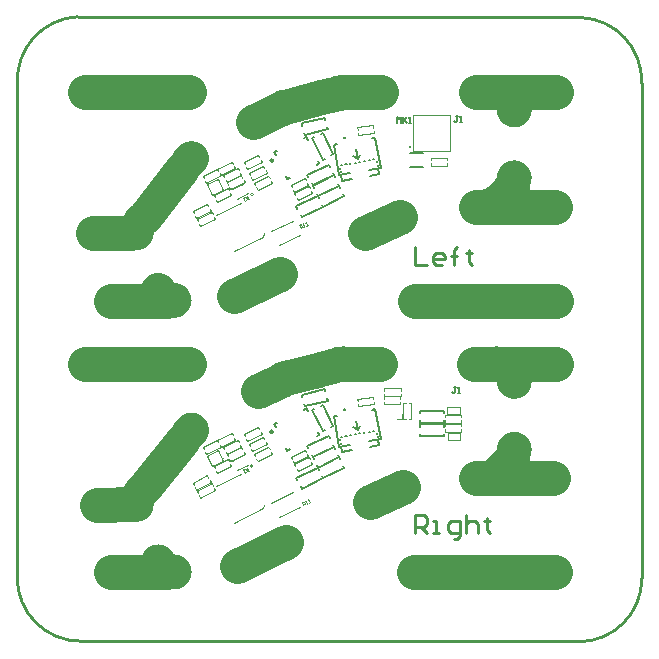
<source format=gto>
G04*
G04 #@! TF.GenerationSoftware,Altium Limited,Altium Designer,23.2.1 (34)*
G04*
G04 Layer_Color=65535*
%FSLAX44Y44*%
%MOMM*%
G71*
G04*
G04 #@! TF.SameCoordinates,96D2EB81-E719-42E9-B1B6-D61F4878D9FD*
G04*
G04*
G04 #@! TF.FilePolarity,Positive*
G04*
G01*
G75*
%ADD10C,0.1524*%
%ADD40C,0.0500*%
%ADD47C,0.2540*%
%ADD48C,3.0000*%
%ADD69C,0.1000*%
%ADD70C,0.0760*%
%ADD71C,0.2000*%
%ADD72C,0.1270*%
%ADD73C,0.1500*%
%ADD74C,0.0508*%
%ADD75C,0.0800*%
D10*
X16205Y130793D02*
X17073Y125869D01*
X24952Y127258D01*
X40709Y130036D02*
X48587Y131426D01*
X47719Y136350D02*
X48587Y131426D01*
X42219Y161781D02*
X45174Y162302D01*
X49689Y136697D01*
X39841Y134960D02*
X49689Y136697D01*
X9721Y156051D02*
X12675Y156572D01*
X9721Y156051D02*
X14236Y130446D01*
X24083Y132182D01*
X47198Y139304D02*
X47372Y138319D01*
X46677Y142259D02*
X46851Y141274D01*
X43375Y143707D02*
X44360Y143881D01*
X15684Y133747D02*
X15858Y132762D01*
X15163Y136702D02*
X15337Y135717D01*
X15801Y138845D02*
X16786Y139019D01*
X19740Y139540D02*
X20725Y139713D01*
X39436Y143013D02*
X40421Y143186D01*
X35497Y142318D02*
X36482Y142492D01*
X23679Y140234D02*
X24664Y140408D01*
X31558Y141623D02*
X32543Y141797D01*
X27618Y140929D02*
X28603Y141103D01*
X28663Y152283D02*
X30052Y144404D01*
X32485Y147880D01*
X26576Y146838D02*
X30052Y144404D01*
X16205Y-99077D02*
X17073Y-104001D01*
X24952Y-102612D01*
X40709Y-99833D02*
X48587Y-98444D01*
X47719Y-93520D02*
X48587Y-98444D01*
X42219Y-68089D02*
X45174Y-67568D01*
X49689Y-93173D01*
X39841Y-94909D02*
X49689Y-93173D01*
X9721Y-73819D02*
X12675Y-73298D01*
X9721Y-73819D02*
X14236Y-99424D01*
X24083Y-97688D01*
X47198Y-90566D02*
X47372Y-91551D01*
X46677Y-87612D02*
X46851Y-88596D01*
X43375Y-86163D02*
X44360Y-85989D01*
X15684Y-96123D02*
X15858Y-97107D01*
X15163Y-93168D02*
X15337Y-94153D01*
X15801Y-91025D02*
X16786Y-90851D01*
X19740Y-90330D02*
X20725Y-90157D01*
X39436Y-86857D02*
X40421Y-86684D01*
X35497Y-87552D02*
X36482Y-87378D01*
X23679Y-89636D02*
X24664Y-89462D01*
X31558Y-88247D02*
X32543Y-88073D01*
X27618Y-88941D02*
X28603Y-88767D01*
X28663Y-77587D02*
X30052Y-85466D01*
X32485Y-81990D01*
X26576Y-83032D02*
X30052Y-85466D01*
D40*
X106260Y-93557D02*
X116760D01*
X106260Y-87557D02*
X106260Y-93557D01*
X106260Y-87557D02*
X116760Y-87557D01*
X116760Y-90557D02*
Y-87557D01*
X116760Y-93557D02*
X116760Y-90557D01*
X106010Y-71807D02*
X116510Y-71807D01*
X106010Y-65807D02*
X106010Y-71807D01*
X106010Y-65807D02*
X116510Y-65807D01*
X116510Y-65807D02*
X116510Y-68807D01*
X116510Y-71807D02*
X116510Y-68807D01*
D47*
X78740Y-172722D02*
Y-157487D01*
X86357D01*
X88897Y-160026D01*
Y-165104D01*
X86357Y-167643D01*
X78740D01*
X83818D02*
X88897Y-172722D01*
X93975D02*
X99053D01*
X96514D01*
Y-162565D01*
X93975D01*
X111749Y-177800D02*
X114289D01*
X116828Y-175261D01*
Y-162565D01*
X109210D01*
X106671Y-165104D01*
Y-170182D01*
X109210Y-172722D01*
X116828D01*
X121906Y-157487D02*
Y-172722D01*
Y-165104D01*
X124445Y-162565D01*
X129524D01*
X132063Y-165104D01*
Y-172722D01*
X139680Y-160026D02*
Y-162565D01*
X137141D01*
X142219D01*
X139680D01*
Y-170182D01*
X142219Y-172722D01*
X78740Y69845D02*
Y54610D01*
X88897D01*
X101593D02*
X96514D01*
X93975Y57149D01*
Y62228D01*
X96514Y64767D01*
X101593D01*
X104132Y62228D01*
Y59688D01*
X93975D01*
X111749Y54610D02*
Y67306D01*
Y62228D01*
X109210D01*
X114289D01*
X111749D01*
Y67306D01*
X114289Y69845D01*
X124445Y67306D02*
Y64767D01*
X121906D01*
X126984D01*
X124445D01*
Y57149D01*
X126984Y54610D01*
X19074Y161726D02*
G03*
X19074Y161726I-200J0D01*
G01*
X-41565Y142936D02*
G03*
X-41565Y142936I-1000J0D01*
G01*
Y-86934D02*
G03*
X-41565Y-86934I-1000J0D01*
G01*
X19074Y-68144D02*
G03*
X19074Y-68144I-200J0D01*
G01*
X217171Y-264653D02*
G03*
X270795Y-210819I-118J53742D01*
G01*
X270608Y208316D02*
G03*
X218774Y263901I-53710J1876D01*
G01*
X-207022Y264549D02*
G03*
X-257878Y208067I2813J-53669D01*
G01*
X-258098Y-210417D02*
G03*
X-204355Y-264160I53742J0D01*
G01*
X217171D01*
X270608Y-210819D02*
X270608Y208316D01*
X-207022Y264160D02*
X218774D01*
X-258098Y-210417D02*
Y207992D01*
D48*
X-153419Y91622D02*
G03*
X-157240Y81620I11179J-10002D01*
G01*
X-138751Y-197016D02*
G03*
X-125240Y-205500I13511J6516D01*
G01*
X162760Y185620D02*
G03*
X147760Y200620I-15000J0D01*
G01*
X162760Y185620D02*
G03*
X147760Y200620I-15000J0D01*
G01*
X158367Y117622D02*
G03*
X162760Y128229I-10607J10607D01*
G01*
X158367Y117622D02*
G03*
X162760Y128229I-10607J10607D01*
G01*
X138401Y103870D02*
G03*
X149008Y108263I0J15000D01*
G01*
X138401Y103870D02*
G03*
X149008Y108263I0J15000D01*
G01*
X18291Y200620D02*
G03*
X14505Y200135I0J-15000D01*
G01*
X18291Y200620D02*
G03*
X14490Y200131I0J-15000D01*
G01*
X-31174Y188220D02*
G03*
X-33834Y187253I3771J-14519D01*
G01*
X-31189Y188216D02*
G03*
X-33851Y187245I3786J-14515D01*
G01*
X162760Y-44250D02*
G03*
X147760Y-29250I-15000J0D01*
G01*
X162760Y-44250D02*
G03*
X147760Y-29250I-15000J0D01*
G01*
X158367Y-112248D02*
G03*
X162760Y-101641I-10607J10607D01*
G01*
X138401Y-126000D02*
G03*
X149008Y-121607I0J15000D01*
G01*
X158367Y-112248D02*
G03*
X162760Y-101641I-10607J10607D01*
G01*
X138401Y-126000D02*
G03*
X149008Y-121607I0J15000D01*
G01*
X18291Y-29250D02*
G03*
X14505Y-29735I0J-15000D01*
G01*
X-31174Y-41650D02*
G03*
X-33834Y-42617I3771J-14519D01*
G01*
X18291Y-29250D02*
G03*
X14490Y-29739I0J-15000D01*
G01*
X-31189Y-41654D02*
G03*
X-33851Y-42625I3786J-14515D01*
G01*
X-110483Y144434D02*
G03*
X-112974Y141964I9243J-11814D01*
G01*
X-110491Y144428D02*
G03*
X-112983Y141953I9251J-11808D01*
G01*
X-138751Y32854D02*
G03*
X-125240Y24370I13511J6516D01*
G01*
X-138751Y32854D02*
G03*
X-125240Y24370I13511J6516D01*
G01*
X-110491Y-85442D02*
G03*
X-112983Y-87917I9251J-11808D01*
G01*
X-138751Y-197016D02*
G03*
X-125240Y-205500I13511J6516D01*
G01*
X-153408Y-138236D02*
G03*
X-157240Y-148250I11168J-10014D01*
G01*
X-153419Y-138248D02*
G03*
X-157240Y-148250I11179J-10002D01*
G01*
X78740Y24130D02*
X198120D01*
X-74670Y28109D02*
X-35560Y46990D01*
X-200660Y-29250D02*
X-113030D01*
X-200660Y200620D02*
X-113030D01*
X77470Y-205740D02*
X196850D01*
X-194317Y81357D02*
X-162070Y81520D01*
X130175Y103870D02*
X196850D01*
X130175Y200620D02*
X198120D01*
X128905Y-29250D02*
X198120D01*
X130175Y-126000D02*
X195580D01*
X-190507Y-148513D02*
X-158260Y-148350D01*
X-179070Y24130D02*
X-131590D01*
X-179070Y-205740D02*
X-131590D01*
X16370Y200620D02*
X50165D01*
X14490Y200131D02*
X16370Y200620D01*
X-72390Y-200660D02*
X-30480Y-180340D01*
X-150199Y95216D02*
X-118179Y135428D01*
X-149860Y-133350D02*
X-117560Y-93665D01*
X40666Y-146650D02*
X68367Y-133350D01*
X36376Y81160D02*
X65722Y95250D01*
X18291Y-29250D02*
X48895D01*
X-58169Y175705D02*
X-33851Y187245D01*
X-53863Y-52122D02*
X-33851Y-42625D01*
X149008Y108263D02*
X156950Y116205D01*
X-522Y196215D02*
X14490Y200131D01*
X-31174Y188220D02*
X-522Y196215D01*
X149008Y-121607D02*
X156950Y-113665D01*
X14490Y-29739D02*
X14505Y-29735D01*
X-522Y-33655D02*
X14490Y-29739D01*
X-31174Y-41650D02*
X-3810Y-34513D01*
X-31189Y188216D02*
X-31174Y188220D01*
X-33851Y187245D02*
X-33834Y187253D01*
X-31189Y-41654D02*
X-31174Y-41650D01*
X-33851Y-42625D02*
X-33834Y-42617D01*
D69*
X73917Y153747D02*
G03*
X73860Y153813I643J615D01*
G01*
X-83532Y120497D02*
G03*
X-83532Y120497I-500J0D01*
G01*
X77110Y181564D02*
X77111Y151063D01*
X77110Y181564D02*
X108361Y181564D01*
X108361Y151064D02*
X108361Y181564D01*
X93185Y151064D02*
X108361Y151064D01*
X77111Y151063D02*
X93185Y151064D01*
X92010Y138563D02*
Y140563D01*
Y138563D02*
X106010Y138563D01*
X106010Y140563D01*
X106010Y143063D02*
X106010Y145063D01*
X92010Y145063D02*
X106010Y145063D01*
X92010Y143063D02*
X92010Y145063D01*
X-49598Y138443D02*
X-48721Y136645D01*
X-61731Y132525D02*
X-49598Y138443D01*
X-61731Y132525D02*
X-60855Y130728D01*
X-59759Y128481D02*
X-58882Y126683D01*
X-46748Y132601D01*
X-47625Y134398D02*
X-46748Y132601D01*
X-53848Y147193D02*
X-52971Y145395D01*
X-65982Y141275D02*
X-53848Y147193D01*
X-65982Y141275D02*
X-65105Y139477D01*
X-64009Y137231D02*
X-63132Y135433D01*
X-50998Y141351D01*
X-51875Y143148D02*
X-50998Y141351D01*
X-57481Y124025D02*
X-56605Y122227D01*
X-57481Y124025D02*
X-45348Y129943D01*
X-44471Y128146D01*
X-43375Y125899D02*
X-42499Y124101D01*
X-54632Y118183D02*
X-42499Y124101D01*
X-55509Y119981D02*
X-54632Y118183D01*
X-9375Y117398D02*
X-8498Y115601D01*
X-20632Y109683D02*
X-8498Y115601D01*
X-21509Y111480D02*
X-20632Y109683D01*
X-23482Y115525D02*
X-22605Y113727D01*
X-23482Y115525D02*
X-11348Y121443D01*
X-10471Y119645D01*
X-12375Y123898D02*
X-11498Y122101D01*
X-23632Y116183D02*
X-11498Y122101D01*
X-24509Y117980D02*
X-23632Y116183D01*
X-26482Y122025D02*
X-25605Y120227D01*
X-26482Y122025D02*
X-14348Y127943D01*
X-13471Y126145D01*
X-106103Y93190D02*
X-105226Y91392D01*
X-106103Y93190D02*
X-93519Y99327D01*
X-92643Y97530D01*
X-91547Y95283D02*
X-90670Y93485D01*
X-103253Y87348D02*
X-90670Y93485D01*
X-104130Y89145D02*
X-103253Y87348D01*
X-101206Y129916D02*
X-100330Y128118D01*
X-101206Y129916D02*
X-88623Y136053D01*
X-87746Y134255D01*
X-86651Y132008D02*
X-85774Y130211D01*
X-98357Y124073D02*
X-85774Y130211D01*
X-99234Y125871D02*
X-98357Y124073D01*
X-109603Y99940D02*
X-108726Y98142D01*
X-109603Y99940D02*
X-97019Y106077D01*
X-96143Y104280D01*
X-95047Y102033D02*
X-94170Y100235D01*
X-106753Y94098D02*
X-94170Y100235D01*
X-107630Y95895D02*
X-106753Y94098D01*
X43862Y168145D02*
X44106Y166160D01*
X30706Y164515D02*
X44106Y166160D01*
X30463Y166500D02*
X30706Y164515D01*
X29915Y170966D02*
X30158Y168981D01*
X29915Y170966D02*
X43314Y172611D01*
X43557Y170626D01*
X-74625Y137898D02*
X-73748Y136101D01*
X-85882Y130183D02*
X-73748Y136101D01*
X-86759Y131980D02*
X-85882Y130183D01*
X-88731Y136025D02*
X-87855Y134227D01*
X-88731Y136025D02*
X-76598Y141943D01*
X-75721Y140145D01*
X-66375Y126148D02*
X-65498Y124351D01*
X-77632Y118433D02*
X-65498Y124351D01*
X-78509Y120231D02*
X-77632Y118433D01*
X-80482Y124275D02*
X-79605Y122477D01*
X-80482Y124275D02*
X-68348Y130193D01*
X-67471Y128395D01*
X-69375Y132148D02*
X-68498Y130351D01*
X-80632Y124433D02*
X-68498Y130351D01*
X-81509Y126230D02*
X-80632Y124433D01*
X-83482Y130275D02*
X-82605Y128477D01*
X-83482Y130275D02*
X-71348Y136193D01*
X-70471Y134395D01*
X-77625Y115648D02*
X-76748Y113851D01*
X-88882Y107933D02*
X-76748Y113851D01*
X-89759Y109731D02*
X-88882Y107933D01*
X-91732Y113775D02*
X-90855Y111977D01*
X-91732Y113775D02*
X-79598Y119693D01*
X-78721Y117895D01*
X-83532Y-109373D02*
G03*
X-83532Y-109373I-500J0D01*
G01*
X-49598Y-91427D02*
X-48721Y-93225D01*
X-61731Y-97345D02*
X-49598Y-91427D01*
X-61731Y-97345D02*
X-60855Y-99142D01*
X-59759Y-101389D02*
X-58882Y-103187D01*
X-46748Y-97269D01*
X-47625Y-95471D02*
X-46748Y-97269D01*
X-53848Y-82677D02*
X-52971Y-84475D01*
X-65982Y-88595D02*
X-53848Y-82677D01*
X-65982Y-88595D02*
X-65105Y-90393D01*
X-64009Y-92640D02*
X-63132Y-94437D01*
X-50998Y-88519D01*
X-51875Y-86722D02*
X-50998Y-88519D01*
X-57481Y-105845D02*
X-56605Y-107642D01*
X-57481Y-105845D02*
X-45348Y-99927D01*
X-44471Y-101725D01*
X-43375Y-103972D02*
X-42499Y-105769D01*
X-54632Y-111687D02*
X-42499Y-105769D01*
X-55509Y-109889D02*
X-54632Y-111687D01*
X-9375Y-112472D02*
X-8498Y-114269D01*
X-20632Y-120187D02*
X-8498Y-114269D01*
X-21509Y-118390D02*
X-20632Y-120187D01*
X-23482Y-114345D02*
X-22605Y-116143D01*
X-23482Y-114345D02*
X-11348Y-108427D01*
X-10471Y-110225D01*
X-12375Y-105972D02*
X-11498Y-107769D01*
X-23632Y-113687D02*
X-11498Y-107769D01*
X-24509Y-111889D02*
X-23632Y-113687D01*
X-26482Y-107845D02*
X-25605Y-109643D01*
X-26482Y-107845D02*
X-14348Y-101927D01*
X-13471Y-103725D01*
X-106103Y-136680D02*
X-105226Y-138477D01*
X-106103Y-136680D02*
X-93519Y-130543D01*
X-92643Y-132340D01*
X-91547Y-134587D02*
X-90670Y-136385D01*
X-103253Y-142522D02*
X-90670Y-136385D01*
X-104130Y-140725D02*
X-103253Y-142522D01*
X52510Y-52057D02*
X52510Y-50057D01*
X66510Y-50057D01*
X66510Y-52057D01*
X66510Y-56557D02*
X66510Y-54557D01*
X52510Y-56557D02*
X66510Y-56557D01*
X52510Y-56557D02*
X52510Y-54557D01*
X118010Y-79057D02*
X118010Y-77057D01*
X104010Y-79057D02*
X118010Y-79057D01*
X104010Y-77057D02*
X104010Y-79057D01*
X104010Y-74557D02*
X104010Y-72557D01*
X118010Y-72557D01*
X118010Y-74557D02*
X118010Y-72557D01*
X118010Y-86807D02*
X118010Y-84807D01*
X104010Y-86807D02*
X118010Y-86807D01*
X104010Y-86807D02*
X104010Y-84807D01*
X104010Y-82307D02*
X104010Y-80307D01*
X118010Y-80307D01*
X118010Y-82307D02*
X118010Y-80307D01*
X-101206Y-99955D02*
X-100330Y-101752D01*
X-101206Y-99955D02*
X-88623Y-93817D01*
X-87746Y-95615D01*
X-86651Y-97862D02*
X-85774Y-99660D01*
X-98357Y-105797D02*
X-85774Y-99660D01*
X-99234Y-103999D02*
X-98357Y-105797D01*
X-109603Y-129930D02*
X-108726Y-131728D01*
X-109603Y-129930D02*
X-97019Y-123793D01*
X-96143Y-125590D01*
X-95047Y-127837D02*
X-94170Y-129635D01*
X-106753Y-135772D02*
X-94170Y-129635D01*
X-107630Y-133975D02*
X-106753Y-135772D01*
X43862Y-61725D02*
X44106Y-63710D01*
X30706Y-65356D02*
X44106Y-63710D01*
X30463Y-63370D02*
X30706Y-65356D01*
X29915Y-58904D02*
X30158Y-60889D01*
X29915Y-58904D02*
X43314Y-57259D01*
X43557Y-59244D01*
X-74625Y-91972D02*
X-73748Y-93769D01*
X-85882Y-99687D02*
X-73748Y-93769D01*
X-86759Y-97889D02*
X-85882Y-99687D01*
X-88731Y-93845D02*
X-87855Y-95643D01*
X-88731Y-93845D02*
X-76598Y-87927D01*
X-75721Y-89725D01*
X-66375Y-103722D02*
X-65498Y-105519D01*
X-77632Y-111437D02*
X-65498Y-105519D01*
X-78509Y-109640D02*
X-77632Y-111437D01*
X-80482Y-105595D02*
X-79605Y-107393D01*
X-80482Y-105595D02*
X-68348Y-99677D01*
X-67471Y-101475D01*
X-69375Y-97722D02*
X-68498Y-99519D01*
X-80632Y-105437D02*
X-68498Y-99519D01*
X-81509Y-103639D02*
X-80632Y-105437D01*
X-83482Y-99595D02*
X-82605Y-101393D01*
X-83482Y-99595D02*
X-71348Y-93677D01*
X-70471Y-95475D01*
X-77625Y-114222D02*
X-76748Y-116019D01*
X-88882Y-121937D02*
X-76748Y-116019D01*
X-89759Y-120140D02*
X-88882Y-121937D01*
X-91732Y-116095D02*
X-90855Y-117893D01*
X-91732Y-116095D02*
X-79598Y-110177D01*
X-78721Y-111975D01*
X73260Y-62557D02*
X75260Y-62557D01*
X75260Y-76057D02*
X75260Y-62557D01*
X73260Y-76057D02*
X75260Y-76057D01*
X68760Y-76057D02*
X70760Y-76057D01*
X68760Y-76057D02*
X68760Y-62557D01*
X70760Y-62557D01*
X66360Y-61307D02*
X66360Y-63307D01*
X52860Y-63307D02*
X66360Y-63307D01*
X52860Y-61307D02*
X52860Y-63307D01*
Y-58807D02*
Y-56807D01*
X66360Y-56807D01*
Y-58807D02*
Y-56807D01*
X67510Y-76057D02*
Y-72057D01*
X63510Y-76057D02*
X67510D01*
D70*
X-58151Y114009D02*
G03*
X-58151Y114009I-1250J0D01*
G01*
X-89978Y96832D02*
X-68631Y107243D01*
X-74963Y66048D02*
X-50247Y78104D01*
X-49211Y81112D01*
X-36613Y70925D02*
X-18527Y79746D01*
X-42815Y82955D02*
X-24730Y91775D01*
X-76373Y118551D02*
X-66936Y123154D01*
X-72205Y110418D02*
X-62768Y115020D01*
X-58151Y-115861D02*
G03*
X-58151Y-115861I-1250J0D01*
G01*
X-50247Y-151766D02*
X-49211Y-148758D01*
X-74963Y-163822D02*
X-50247Y-151766D01*
X-89978Y-133038D02*
X-68631Y-122627D01*
X-36613Y-158945D02*
X-18527Y-150124D01*
X-42815Y-146915D02*
X-24730Y-138095D01*
X-76373Y-111319D02*
X-66936Y-106716D01*
X-72205Y-119452D02*
X-62768Y-114850D01*
D71*
X74447Y137750D02*
X85074Y137749D01*
X74446Y149377D02*
X85073Y149377D01*
D72*
X-4587Y139207D02*
X-2340Y140303D01*
X-3436Y142550D02*
X-2340Y140303D01*
X-29304Y127152D02*
X-27057Y128248D01*
X-30400Y129399D02*
X-29304Y127152D01*
X-13299Y162773D02*
X-12203Y160526D01*
X-15546Y161677D02*
X-13299Y162773D01*
X-40263Y149622D02*
X-38016Y150718D01*
X-40263Y149622D02*
X-39167Y147375D01*
X115260Y180102D02*
X113567D01*
X114414D01*
Y175870D01*
X113567Y175024D01*
X112721D01*
X111874Y175870D01*
X116953Y175024D02*
X118646D01*
X117799D01*
Y180102D01*
X116953Y179256D01*
X63084Y175010D02*
Y180088D01*
X64777Y178396D01*
X66470Y180088D01*
Y175010D01*
X68163Y180088D02*
Y175010D01*
Y176703D01*
X71548Y180088D01*
X69009Y177549D01*
X71548Y175010D01*
X73241D02*
X74934D01*
X74087D01*
Y180088D01*
X73241Y179242D01*
X-40263Y-80248D02*
X-39167Y-82495D01*
X-40263Y-80248D02*
X-38016Y-79152D01*
X-15546Y-68193D02*
X-13299Y-67097D01*
X-12203Y-69344D01*
X-30400Y-100471D02*
X-29304Y-102718D01*
X-27057Y-101622D01*
X-3436Y-87320D02*
X-2340Y-89567D01*
X-4587Y-90663D02*
X-2340Y-89567D01*
X113760Y-49268D02*
X112067D01*
X112914D01*
Y-53500D01*
X112067Y-54346D01*
X111221D01*
X110374Y-53500D01*
X115453Y-54346D02*
X117146D01*
X116299D01*
Y-49268D01*
X115453Y-50114D01*
D73*
X17813Y114250D02*
X18690Y112453D01*
X714Y103686D02*
X18690Y112453D01*
X-163Y105483D02*
X714Y103686D01*
X-3670Y112673D02*
X-2793Y110876D01*
X-3670Y112673D02*
X14306Y121441D01*
X15183Y119643D01*
X13563Y123251D02*
X14440Y121453D01*
X-3536Y112685D02*
X14440Y121453D01*
X-4413Y114483D02*
X-3536Y112685D01*
X-7920Y121673D02*
X-7043Y119876D01*
X-7920Y121673D02*
X10056Y130441D01*
X10933Y128643D01*
X9063Y132250D02*
X9940Y130453D01*
X-8036Y121686D02*
X9940Y130453D01*
X-8913Y123483D02*
X-8036Y121686D01*
X-12420Y130673D02*
X-11543Y128876D01*
X-12420Y130673D02*
X5556Y139440D01*
X6433Y137643D01*
X4189Y171321D02*
X4672Y169381D01*
X-14733Y164542D02*
X4672Y169381D01*
X-15217Y166483D02*
X-14733Y164542D01*
X-17153Y174245D02*
X-16669Y172305D01*
X-17153Y174245D02*
X2253Y179084D01*
X2737Y177143D01*
X-8367Y161610D02*
X-6570Y162486D01*
X-8367Y161610D02*
X400Y143633D01*
X2197Y144509D01*
X7590Y147140D02*
X9388Y148017D01*
X621Y165993D02*
X9388Y148017D01*
X-1177Y165116D02*
X621Y165993D01*
X-18163Y96733D02*
X-17286Y94935D01*
X690Y103703D01*
X-187Y105500D02*
X690Y103703D01*
X-3694Y112691D02*
X-2817Y110893D01*
X-21670Y103923D02*
X-3694Y112691D01*
X-21670Y103923D02*
X-20793Y102126D01*
X82860Y-90557D02*
X82860Y-88558D01*
X82860Y-90557D02*
X102860Y-90557D01*
X102860Y-88557D01*
X102860Y-82557D02*
X102860Y-80557D01*
X82860Y-80558D02*
X102860Y-80557D01*
X82860Y-80558D02*
X82860Y-82557D01*
X82860Y-77057D02*
X82860Y-79057D01*
X102860Y-79057D01*
X102860Y-77057D01*
X102860Y-71057D02*
X102860Y-69057D01*
X82860Y-69057D02*
X102860Y-69057D01*
X82860Y-69057D02*
X82860Y-71057D01*
X17813Y-115620D02*
X18690Y-117417D01*
X714Y-126185D02*
X18690Y-117417D01*
X-163Y-124387D02*
X714Y-126185D01*
X-3670Y-117197D02*
X-2793Y-118994D01*
X-3670Y-117197D02*
X14306Y-108429D01*
X15183Y-110227D01*
X13563Y-106620D02*
X14440Y-108417D01*
X-3536Y-117184D02*
X14440Y-108417D01*
X-4413Y-115387D02*
X-3536Y-117184D01*
X-7920Y-108197D02*
X-7043Y-109994D01*
X-7920Y-108197D02*
X10056Y-99429D01*
X10933Y-101227D01*
X9063Y-97619D02*
X9940Y-99417D01*
X-8036Y-108184D02*
X9940Y-99417D01*
X-8913Y-106387D02*
X-8036Y-108184D01*
X-12420Y-99197D02*
X-11543Y-100994D01*
X-12420Y-99197D02*
X5556Y-90429D01*
X6433Y-92227D01*
X4189Y-58549D02*
X4672Y-60489D01*
X-14733Y-65328D02*
X4672Y-60489D01*
X-15217Y-63387D02*
X-14733Y-65328D01*
X-17153Y-55625D02*
X-16669Y-57565D01*
X-17153Y-55625D02*
X2253Y-50786D01*
X2737Y-52726D01*
X-8367Y-68260D02*
X-6570Y-67384D01*
X-8367Y-68260D02*
X400Y-86237D01*
X2197Y-85360D01*
X7590Y-82730D02*
X9388Y-81853D01*
X621Y-63877D02*
X9388Y-81853D01*
X-1177Y-64754D02*
X621Y-63877D01*
X-18163Y-133137D02*
X-17286Y-134935D01*
X690Y-126167D01*
X-187Y-124370D02*
X690Y-126167D01*
X-3694Y-117179D02*
X-2817Y-118977D01*
X-21670Y-125947D02*
X-3694Y-117179D01*
X-21670Y-125947D02*
X-20793Y-127744D01*
D74*
X-93042Y113877D02*
X-84054Y118261D01*
X-88438Y127249D02*
X-84054Y118261D01*
X-97426Y122865D02*
X-93042Y113877D01*
X-97426Y122865D02*
X-88438Y127249D01*
X-93042Y-115993D02*
X-84054Y-111609D01*
X-88438Y-102621D02*
X-84054Y-111609D01*
X-97426Y-107005D02*
X-93042Y-115993D01*
X-97426Y-107005D02*
X-88438Y-102621D01*
D75*
X-18164Y85388D02*
X-19432Y88106D01*
X-18073Y88739D01*
X-17408Y88498D01*
X-16986Y87592D01*
X-17228Y86927D01*
X-18587Y86294D01*
X-17681Y86716D02*
X-16352Y86233D01*
X-15446Y86655D02*
X-14540Y87078D01*
X-14993Y86866D01*
X-16261Y89584D01*
X-16502Y88920D01*
X-13181Y87711D02*
X-12275Y88134D01*
X-12728Y87923D01*
X-13996Y90641D01*
X-14237Y89976D01*
X-66620Y111344D02*
X-65353Y108626D01*
X-63994Y109260D01*
X-63752Y109924D01*
X-64597Y111736D01*
X-65262Y111978D01*
X-66620Y111344D01*
X-62635Y109894D02*
X-61729Y110316D01*
X-62182Y110105D01*
X-63450Y112823D01*
X-63691Y112159D01*
X-15853Y-149244D02*
X-17120Y-146526D01*
X-15761Y-145892D01*
X-15097Y-146134D01*
X-14675Y-147040D01*
X-14916Y-147704D01*
X-16276Y-148338D01*
X-15369Y-147915D02*
X-14041Y-148399D01*
X-13135Y-147976D02*
X-12229Y-147554D01*
X-12682Y-147765D01*
X-13950Y-145047D01*
X-14191Y-145711D01*
X-10870Y-146920D02*
X-9964Y-146498D01*
X-10417Y-146709D01*
X-11684Y-143991D01*
X-11926Y-144655D01*
X-66620Y-118776D02*
X-65353Y-121494D01*
X-63994Y-120860D01*
X-63752Y-120196D01*
X-64597Y-118384D01*
X-65262Y-118142D01*
X-66620Y-118776D01*
X-62635Y-120226D02*
X-61729Y-119804D01*
X-62182Y-120015D01*
X-63449Y-117297D01*
X-63691Y-117961D01*
M02*

</source>
